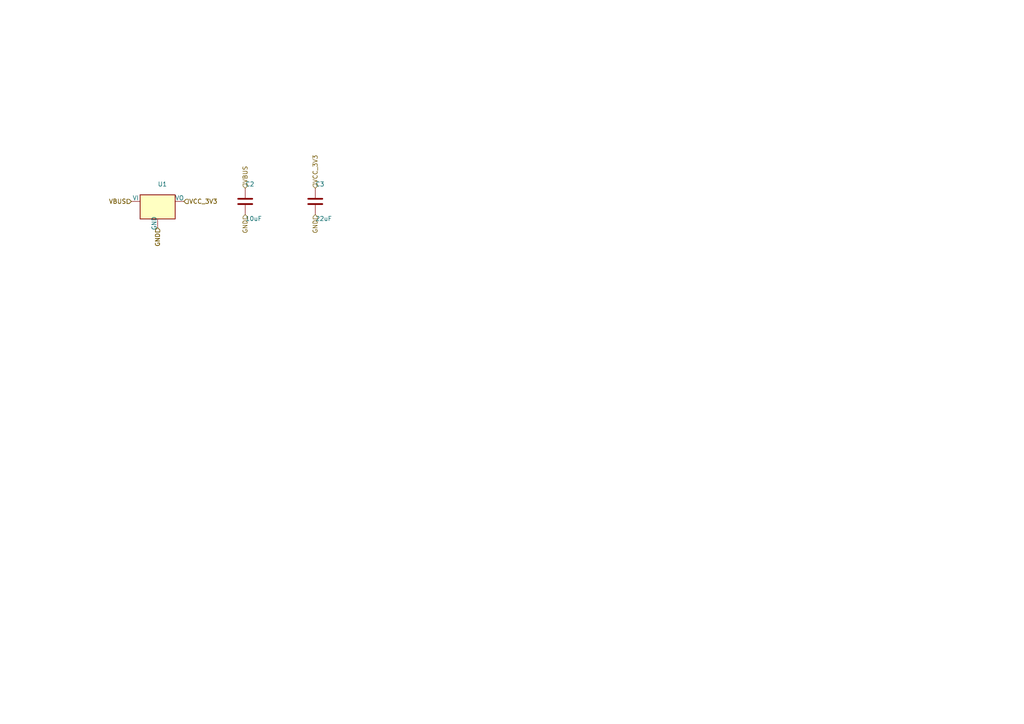
<source format=kicad_sch>
(kicad_sch (version 20250114) (generator "circuit_synth") (generator_version "9.0")
  (paper "A4")
  (lib_symbols
    (symbol "Device:C" (pin_numbers hide) (pin_names (offset 0))
      (property "Reference" "C" (at 0 0 0))
      (property "Value" "C" (at 0 0 0))
      (symbol "C_0_1"
        (polyline (pts (xy -2.032 0.762) (xy 2.032 0.762)) (stroke (width 0.508)))
        (polyline (pts (xy -2.032 -0.762) (xy 2.032 -0.762)) (stroke (width 0.508)))
      )
      (symbol "C_1_1"
        (pin passive line (at 0 3.81 270) (length 2.794) (name "~") (number "1"))
        (pin passive line (at 0 -3.81 90) (length 2.794) (name "~") (number "2"))
      )
    )
    (symbol "Regulator_Linear:AMS1117-3.3" (pin_numbers hide) (pin_names (offset 0))
      (property "Reference" "U" (at 0 0 0))
      (property "Value" "AMS1117-3.3" (at 0 0 0))
      (symbol "AMS1117-3.3_0_1"
        (rectangle (start -5.08 -5.08) (end 5.08 1.905) (stroke (width 0.254)) (fill (type background)))
      )
      (symbol "AMS1117-3.3_1_1"
        (pin power_in line (at -7.62 0 0) (length 2.54) (name "VI") (number "3"))
        (pin power_in line (at 0 -7.62 90) (length 2.54) (name "GND") (number "1"))
        (pin power_out line (at 7.62 0 180) (length 2.54) (name "VO") (number "2"))
      )
    )
  )
  (symbol (lib_id "Regulator_Linear:AMS1117-3.3") (at 45.72 58.42 0) (unit 1)
    (property "Reference" "U1" (at 45.72 53.42 0) (effects (justify left)))
    (property "Footprint" "Package_TO_SOT_SMD:SOT-223-3_TabPin2" (effects (hide yes)))
  )
  (symbol (lib_id "Device:C") (at 71.12 58.42 0) (unit 1)
    (property "Reference" "C2" (at 71.12 53.42 0) (effects (justify left)))
    (property "Value" "10uF" (at 71.12 63.42 0) (effects (justify left)))
    (property "Footprint" "Capacitor_SMD:C_0805_2012Metric" (effects (hide yes)))
  )
  (symbol (lib_id "Device:C") (at 91.44 58.42 0) (unit 1)
    (property "Reference" "C3" (at 91.44 53.42 0) (effects (justify left)))
    (property "Value" "22uF" (at 91.44 63.42 0) (effects (justify left)))
    (property "Footprint" "Capacitor_SMD:C_0805_2012Metric" (effects (hide yes)))
  )
  (hierarchical_label "VBUS" (shape input) (at 38.1 58.42 180))
  (hierarchical_label "VBUS" (shape input) (at 38.1 58.42 180))
  (hierarchical_label "VBUS" (shape input) (at 71.12 54.61 90))
  (hierarchical_label "GND" (shape input) (at 45.72 66.04 270))
  (hierarchical_label "GND" (shape input) (at 45.72 66.04 270))
  (hierarchical_label "GND" (shape input) (at 71.12 62.23 270))
  (hierarchical_label "GND" (shape input) (at 91.44 62.23 270))
  (hierarchical_label "VCC_3V3" (shape input) (at 53.34 58.42 0))
  (hierarchical_label "VCC_3V3" (shape input) (at 53.34 58.42 0))
  (hierarchical_label "VCC_3V3" (shape input) (at 91.44 54.61 90))
)
</source>
